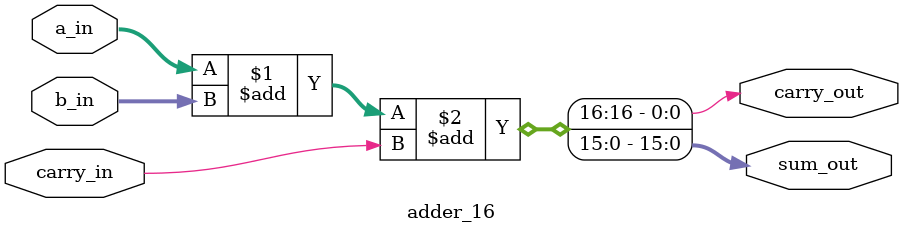
<source format=v>
module adder_64(clk, rst_n, a_in, b_in, carry_in, din_en, sum_out, carry_out, dout_en);
  input clk, rst_n;
  input [63:0]a_in, b_in;
  input carry_in;
  input din_en;
  output [63:0]sum_out;
  output carry_out;
  output dout_en;

  wire clk, rst_n;
  wire [63:0]a_in, b_in;
  wire carry_in;
  wire din_en;
  wire [63:0]sum_out;
  wire carry_out;
  reg dout_en;

  // for adder_16
  reg [15:0]a, b;
  reg ci;
  wire [15:0]sum;
  wire co;
  adder_16 u_adder_16(.a_in(a), .b_in(b), .carry_in(ci), .sum_out(sum), .carry_out(co));

  // register output
  reg [15:0]sum0_reg, sum1_reg, sum2_reg, sum3_reg;
  reg co_reg;
  always @(posedge clk, negedge rst_n)begin
    if(!rst_n)
      begin
        sum0_reg <= 0;
        sum1_reg <= 0;
        sum2_reg <= 0;
        sum3_reg <= 0;
      end
    else
      begin
        sum0_reg <= sum;
        sum1_reg <= sum0_reg;
        sum2_reg <= sum1_reg;
        sum3_reg <= sum2_reg;
      end
  end
  always @(posedge clk, negedge rst_n)begin
    if(!rst_n)
      co_reg <= 0;
    else
      co_reg <= co;
  end 

  //register input
  reg [47:0]a_in_reg, b_in_reg;
  always@(posedge clk, negedge rst_n)begin
    if(!rst_n)
      begin
        a_in_reg <= 0;
        b_in_reg <= 0;
      end
    else
      if(din_en)
        begin
          a_in_reg <= a_in[63:16];
          b_in_reg <= b_in[63:16];
        end
      else
        begin
          a_in_reg <= a_in_reg;
          b_in_reg <= b_in_reg;
        end
  end

  // for count
  reg [1:0]count;
  always @(posedge clk, negedge rst_n)begin
    if(!rst_n)
      count <= 0;
    else
      if(din_en || count>=1)
        count <= count + 1'b1;
      else
        count <= count;
  end
      
  // mux
  always @(count, a_in, b_in, a_in_reg, b_in_reg)begin
    case(count)
      2'b00: begin a = a_in[15:0]; b = b_in[15:0]; ci = carry_in; end
      2'b01: begin a = a_in_reg[15:0]; b = b_in_reg[15:0]; ci = co_reg; end 
      2'b10: begin a = a_in_reg[31:16]; b = b_in_reg[31:16]; ci = co_reg; end
      2'b11: begin a = a_in_reg[47:32]; b = b_in_reg[47:32]; ci = co_reg; end
    endcase
  end
  
  // dout_en
  always @(posedge clk, negedge rst_n)begin
    if(!rst_n)
      dout_en <= 0;
    else
      if(count == 2'b11)
        dout_en <= 1'b1;
      else
        dout_en <= 1'b0;
  end
  assign sum_out = {sum3_reg, sum2_reg, sum1_reg, sum0_reg};
  assign carry_out = co_reg;
  
endmodule

module adder_16(a_in, b_in, carry_in, sum_out, carry_out);
  input [15:0]a_in, b_in;
  input carry_in;
  output [15:0]sum_out;
  output carry_out;

  wire [15:0]a_in, b_in;
  wire carry_in;
  wire [15:0]sum_out;
  wire carry_out;

  assign {carry_out, sum_out} = a_in + b_in + carry_in;

endmodule
</source>
